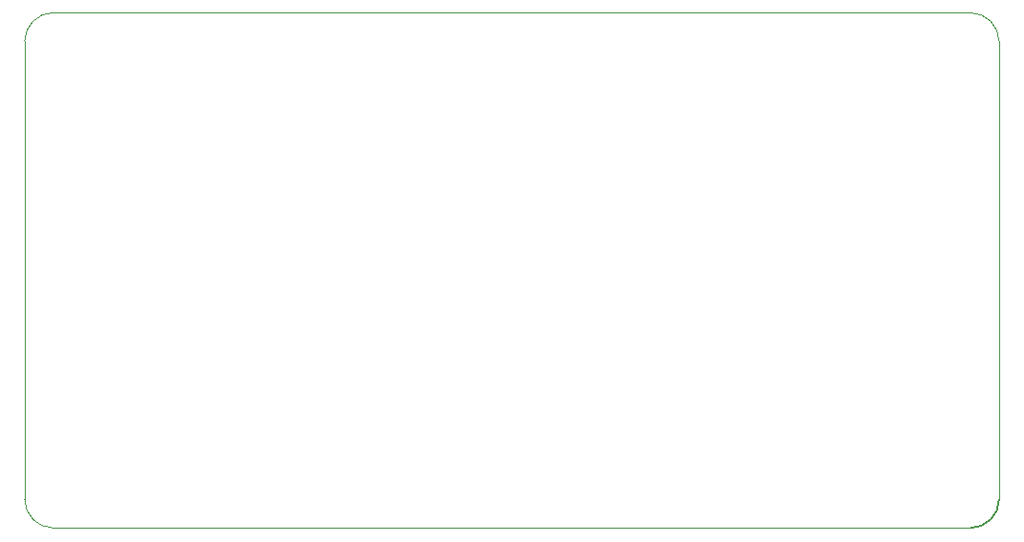
<source format=gbr>
G04 #@! TF.GenerationSoftware,KiCad,Pcbnew,5.0.2+dfsg1-1*
G04 #@! TF.CreationDate,2019-12-13T09:40:21+01:00*
G04 #@! TF.ProjectId,tof_sensor,746f665f-7365-46e7-936f-722e6b696361,1.0*
G04 #@! TF.SameCoordinates,Original*
G04 #@! TF.FileFunction,Profile,NP*
%FSLAX46Y46*%
G04 Gerber Fmt 4.6, Leading zero omitted, Abs format (unit mm)*
G04 Created by KiCad (PCBNEW 5.0.2+dfsg1-1) date ven 13 déc 2019 09:40:21 CET*
%MOMM*%
%LPD*%
G01*
G04 APERTURE LIST*
%ADD10C,0.050000*%
%ADD11C,0.200000*%
G04 APERTURE END LIST*
D10*
X113665000Y-106680000D02*
G75*
G02X111125000Y-104140000I0J2540000D01*
G01*
X111125000Y-63500000D02*
G75*
G02X113665000Y-60960000I2540000J0D01*
G01*
X194945000Y-60960000D02*
G75*
G02X197485000Y-63500000I0J-2540000D01*
G01*
D11*
X197485000Y-104140000D02*
G75*
G02X194945000Y-106680000I-2540000J0D01*
G01*
D10*
X113665000Y-60960000D02*
X194945000Y-60960000D01*
X111125000Y-104140000D02*
X111125000Y-63500000D01*
X197485000Y-87630000D02*
X197485000Y-104140000D01*
X194945000Y-106680000D02*
X113665000Y-106680000D01*
X197485000Y-63500000D02*
X197485000Y-87630000D01*
M02*

</source>
